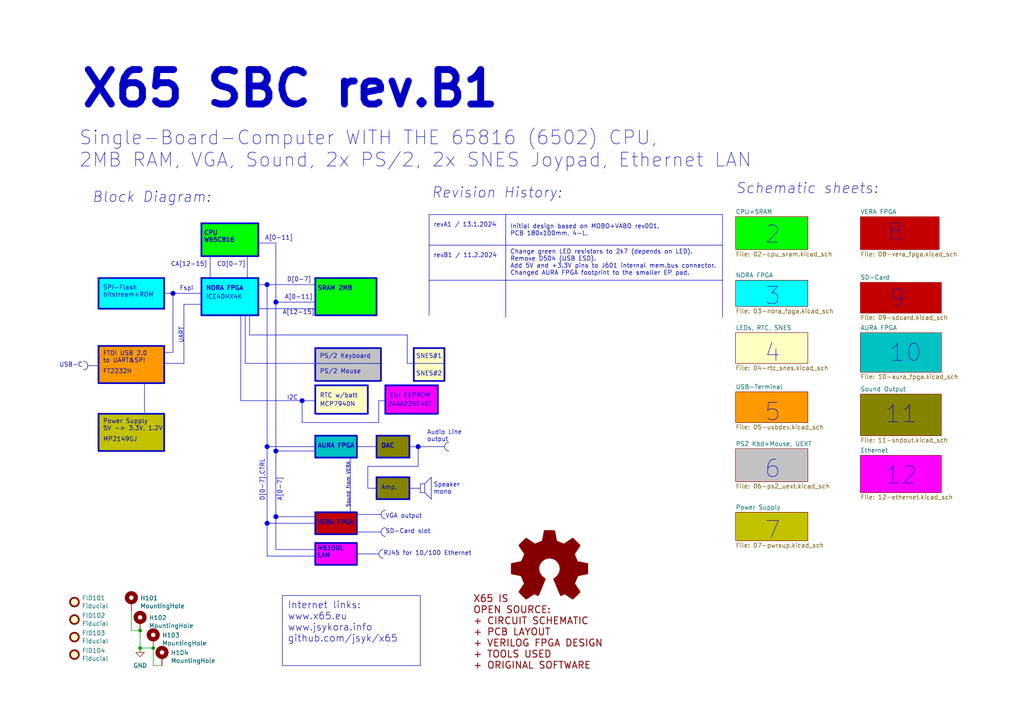
<source format=kicad_sch>
(kicad_sch (version 20230121) (generator eeschema)
  (paper "A4")
  (title_block (title "X65-SBC") (date "2024-02-12") (rev "revB1") (company "FOR X65.EU DESIGNED BY JSYKORA.INFO") (comment 1 "X65 Single Board Computer"))
  (lib_symbols
    (symbol "Graphic:Logo_Open_Hardware_Large" (in_bom no) (on_board no)
      (symbol "Logo_Open_Hardware_Large_1_1"
        (polyline (pts (xy 6.731 -8.7122) (xy 6.6294 -8.6614) (xy 6.35 -8.4836) (xy 5.9944 -8.255) (xy 5.5372 -7.9502) (xy 5.1054 -7.6454) (xy 4.7498 -7.4168) (xy 4.4958 -7.239) (xy 4.3942 -7.1882) (xy 4.318 -7.2136) (xy 4.1148 -7.3152) (xy 3.81 -7.4676) (xy 3.6322 -7.5692) (xy 3.3528 -7.6708) (xy 3.2258 -7.6962) (xy 3.2004 -7.6708) (xy 3.0988 -7.4676) (xy 2.9464 -7.0866) (xy 2.7178 -6.604) (xy 2.4892 -6.0452) (xy 2.2352 -5.4356) (xy 1.9558 -4.826) (xy 1.7272 -4.2164) (xy 1.4986 -3.683) (xy 1.3208 -3.2512) (xy 1.2192 -2.9464) (xy 1.1684 -2.8194) (xy 1.1938 -2.794) (xy 1.3208 -2.667) (xy 1.5748 -2.4892) (xy 2.0828 -2.0574) (xy 2.6162 -1.397) (xy 2.921 -0.6604) (xy 3.048 0.1524) (xy 2.9464 0.9144) (xy 2.6416 1.6256) (xy 2.1336 2.286) (xy 1.524 2.7686) (xy 0.8128 3.0734) (xy 0 3.175) (xy -0.762 3.0988) (xy -1.4986 2.794) (xy -2.159 2.286) (xy -2.4384 1.9812) (xy -2.8194 1.3208) (xy -3.048 0.6096) (xy -3.0734 0.4318) (xy -3.0226 -0.3556) (xy -2.794 -1.0922) (xy -2.3876 -1.7526) (xy -1.8288 -2.3114) (xy -1.7526 -2.3622) (xy -1.4732 -2.5654) (xy -1.2954 -2.6924) (xy -1.1684 -2.8194) (xy -2.159 -5.207) (xy -2.3114 -5.588) (xy -2.5908 -6.2484) (xy -2.8194 -6.8072) (xy -3.0226 -7.2644) (xy -3.1496 -7.5692) (xy -3.2258 -7.6708) (xy -3.2258 -7.6962) (xy -3.302 -7.6962) (xy -3.4798 -7.6454) (xy -3.8354 -7.4676) (xy -4.0386 -7.366) (xy -4.2926 -7.239) (xy -4.4196 -7.1882) (xy -4.5212 -7.239) (xy -4.7498 -7.3914) (xy -5.1054 -7.6454) (xy -5.5372 -7.9248) (xy -5.9436 -8.2042) (xy -6.3246 -8.4582) (xy -6.604 -8.636) (xy -6.731 -8.7122) (xy -6.7564 -8.7122) (xy -6.858 -8.636) (xy -7.0866 -8.4582) (xy -7.4168 -8.1534) (xy -7.874 -7.6962) (xy -7.9502 -7.62) (xy -8.3312 -7.239) (xy -8.636 -6.9088) (xy -8.8392 -6.6802) (xy -8.9154 -6.5786) (xy -8.9154 -6.5786) (xy -8.8392 -6.4516) (xy -8.6614 -6.1722) (xy -8.4328 -5.7912) (xy -8.128 -5.3594) (xy -7.3152 -4.191) (xy -7.7724 -3.0988) (xy -7.8994 -2.7686) (xy -8.0772 -2.3622) (xy -8.2042 -2.0828) (xy -8.255 -1.9558) (xy -8.382 -1.905) (xy -8.6614 -1.8542) (xy -9.0932 -1.7526) (xy -9.6266 -1.651) (xy -10.1092 -1.5748) (xy -10.541 -1.4732) (xy -10.8712 -1.4224) (xy -11.0236 -1.397) (xy -11.049 -1.3716) (xy -11.0744 -1.2954) (xy -11.0998 -1.143) (xy -11.0998 -0.889) (xy -11.1252 -0.4572) (xy -11.1252 0.1524) (xy -11.1252 0.2286) (xy -11.0998 0.8128) (xy -11.0998 1.27) (xy -11.0744 1.5494) (xy -11.0744 1.6764) (xy -11.0744 1.6764) (xy -10.922 1.7018) (xy -10.6172 1.778) (xy -10.16 1.8542) (xy -9.652 1.9558) (xy -9.6012 1.9812) (xy -9.0932 2.0828) (xy -8.636 2.159) (xy -8.3312 2.2352) (xy -8.2042 2.286) (xy -8.1788 2.3114) (xy -8.0772 2.5146) (xy -7.9248 2.8448) (xy -7.747 3.2512) (xy -7.5692 3.6576) (xy -7.4168 4.0386) (xy -7.3152 4.318) (xy -7.2898 4.445) (xy -7.2898 4.445) (xy -7.366 4.572) (xy -7.5438 4.826) (xy -7.7978 5.207) (xy -8.128 5.6642) (xy -8.128 5.6896) (xy -8.4328 6.1468) (xy -8.6868 6.5278) (xy -8.8392 6.7818) (xy -8.9154 6.9088) (xy -8.9154 6.9088) (xy -8.8138 7.0358) (xy -8.5852 7.2898) (xy -8.255 7.6454) (xy -7.874 8.0264) (xy -7.747 8.1534) (xy -7.3152 8.5852) (xy -7.0104 8.8646) (xy -6.8326 8.9916) (xy -6.731 9.0424) (xy -6.731 9.0424) (xy -6.604 8.9408) (xy -6.3246 8.763) (xy -5.9436 8.509) (xy -5.4864 8.2042) (xy -5.461 8.1788) (xy -5.0038 7.874) (xy -4.6482 7.62) (xy -4.3688 7.4422) (xy -4.2672 7.3914) (xy -4.2418 7.3914) (xy -4.064 7.4422) (xy -3.7338 7.5438) (xy -3.3528 7.6962) (xy -2.9464 7.874) (xy -2.5654 8.0264) (xy -2.286 8.1534) (xy -2.159 8.2296) (xy -2.159 8.2296) (xy -2.1082 8.382) (xy -2.032 8.7122) (xy -1.9304 9.1694) (xy -1.8288 9.7282) (xy -1.8034 9.8044) (xy -1.7018 10.3378) (xy -1.6256 10.7696) (xy -1.5748 11.0744) (xy -1.524 11.2014) (xy -1.4478 11.2268) (xy -1.1938 11.2522) (xy -0.8128 11.2522) (xy -0.3302 11.2522) (xy 0.1524 11.2522) (xy 0.6604 11.2522) (xy 1.0668 11.2268) (xy 1.3716 11.2014) (xy 1.4986 11.176) (xy 1.4986 11.176) (xy 1.5494 11.0236) (xy 1.6256 10.6934) (xy 1.7018 10.2108) (xy 1.8288 9.6774) (xy 1.8288 9.5758) (xy 1.9304 9.0424) (xy 2.032 8.6106) (xy 2.0828 8.3058) (xy 2.1336 8.2042) (xy 2.159 8.1788) (xy 2.3876 8.0772) (xy 2.7432 7.9248) (xy 3.175 7.747) (xy 4.191 7.3406) (xy 5.461 8.2042) (xy 5.5626 8.2804) (xy 6.0198 8.5852) (xy 6.3754 8.8392) (xy 6.6294 8.9916) (xy 6.7564 9.0424) (xy 6.7564 9.0424) (xy 6.8834 8.9408) (xy 7.1374 8.7122) (xy 7.4676 8.382) (xy 7.8486 7.9756) (xy 8.1534 7.6962) (xy 8.4836 7.3406) (xy 8.7122 7.112) (xy 8.8392 6.9596) (xy 8.8646 6.858) (xy 8.8646 6.8072) (xy 8.7884 6.6802) (xy 8.6106 6.4008) (xy 8.3312 6.0198) (xy 8.0264 5.588) (xy 7.7978 5.207) (xy 7.5184 4.8006) (xy 7.3406 4.4958) (xy 7.2898 4.3434) (xy 7.2898 4.2926) (xy 7.3914 4.0386) (xy 7.5184 3.683) (xy 7.7216 3.2258) (xy 8.1534 2.2352) (xy 8.7884 2.1082) (xy 9.1948 2.0574) (xy 9.7536 1.9304) (xy 10.2616 1.8288) (xy 11.0998 1.6764) (xy 11.1252 -1.3208) (xy 10.9982 -1.3716) (xy 10.8712 -1.397) (xy 10.5664 -1.4732) (xy 10.1346 -1.5494) (xy 9.6266 -1.651) (xy 9.1948 -1.7272) (xy 8.7376 -1.8288) (xy 8.4328 -1.8796) (xy 8.2804 -1.905) (xy 8.255 -1.9558) (xy 8.1534 -2.159) (xy 7.9756 -2.5146) (xy 7.8232 -2.921) (xy 7.6454 -3.3274) (xy 7.493 -3.7338) (xy 7.366 -4.0132) (xy 7.3406 -4.191) (xy 7.3914 -4.2926) (xy 7.5692 -4.5466) (xy 7.7978 -4.9276) (xy 8.1026 -5.3594) (xy 8.4074 -5.7912) (xy 8.6614 -6.1722) (xy 8.8138 -6.4262) (xy 8.89 -6.5532) (xy 8.8646 -6.6548) (xy 8.6868 -6.858) (xy 8.3566 -7.1882) (xy 7.874 -7.6708) (xy 7.7978 -7.747) (xy 7.3914 -8.128) (xy 7.0612 -8.4328) (xy 6.8326 -8.636) (xy 6.731 -8.7122)) (fill (type outline)))
      )
    )
    (symbol "Mechanical:Fiducial"
      (property "Reference" "FID" (at 0 5.08 0))
      (property "Value" "Fiducial" (at 0 3.175 0))
      (symbol "Fiducial_0_1"
        (circle (center 0 0) (radius 1.27) (stroke (width 0.508)) (fill (type background)))
      )
    )
    (symbol "Mechanical:MountingHole_Pad" (pin_numbers hide) (pin_names (offset 1.016) hide)
      (property "Reference" "H" (at 0 6.35 0))
      (property "Value" "MountingHole_Pad" (at 0 4.445 0))
      (symbol "MountingHole_Pad_0_1"
        (circle (center 0 1.27) (radius 1.27) (stroke (width 1.27)))
      )
      (symbol "MountingHole_Pad_1_1"
        (pin input line (at 0 -2.54 90) (length 2.54) (name "1") (number "1"))
      )
    )
    (symbol "power:GND" (power) (pin_names (offset 0))
      (property "Value" "GND" (at 0 -3.81 0))
      (symbol "GND_0_1"
        (polyline (pts (xy 0 0) (xy 0 -1.27) (xy 1.27 -1.27) (xy 0 -2.54) (xy -1.27 -1.27) (xy 0 -1.27)))
      )
      (symbol "GND_1_1"
        (pin power_in line (at 0 0 270) (length 0) hide (name "GND") (number "1"))
      )
    )
  )
  (junction (at 40.64 187.96))
  (junction (at 40.64 182.88))
  (junction (at 44.45 187.96))
  (polyline (pts (xy 80.01 87.63) (xy 91.44 87.63)) (stroke (width 0) (type solid)))
  (polyline (pts (xy 103.505 149.225) (xy 110.49 149.225)))
  (polyline (pts (xy 71.755 74.295) (xy 71.755 80.645)) (stroke (width 0) (type solid)))
  (polyline (pts (xy 91.44 149.86) (xy 91.44 149.225)) (stroke (width 0) (type solid)))
  (polyline (pts (xy 80.01 70.485) (xy 80.01 88.9)) (stroke (width 0) (type solid)))
  (polyline (pts (xy 53.34 105.41) (xy 53.34 88.265)) (stroke (width 0) (type solid)))
  (polyline (pts (xy 77.47 129.54) (xy 91.44 129.54)))
  (polyline (pts (xy 25.4 106.045) (xy 28.575 106.045)))
  (polyline (pts (xy 72.39 97.155) (xy 72.39 91.44)) (stroke (width 0) (type solid)))
  (polyline (pts (xy 53.34 88.265) (xy 58.42 88.265)) (stroke (width 0) (type solid)))
  (polyline (pts (xy 77.47 125.095) (xy 77.47 151.765)) (stroke (width 0) (type solid)))
  (polyline (pts (xy 124.46 62.23) (xy 209.55 62.23)))
  (polyline (pts (xy 80.01 122.555) (xy 80.01 149.86)) (stroke (width 0) (type solid)))
  (polyline (pts (xy 80.01 149.86) (xy 91.44 149.86)) (stroke (width 0) (type solid)))
  (polyline (pts (xy 69.85 91.44) (xy 69.85 116.205)) (stroke (width 0) (type solid)))
  (polyline (pts (xy 103.505 128.905) (xy 103.505 129.54)))
  (polyline (pts (xy 80.01 149.225) (xy 80.01 159.385)))
  (polyline (pts (xy 80.01 130.81) (xy 91.44 130.81)) (stroke (width 0) (type solid)))
  (polyline (pts (xy 124.46 81.28) (xy 209.55 81.28)))
  (polyline (pts (xy 91.44 105.41) (xy 110.49 105.41)))
  (polyline (pts (xy 77.47 82.55) (xy 77.47 125.095)) (stroke (width 0) (type solid)))
  (polyline (pts (xy 118.745 129.54) (xy 128.905 129.54)))
  (polyline (pts (xy 120.015 105.41) (xy 128.905 105.41)))
  (polyline (pts (xy 60.96 74.295) (xy 60.96 80.645)) (stroke (width 0) (type solid)))
  (polyline (pts (xy 74.93 70.485) (xy 80.01 70.485)) (stroke (width 0) (type solid)))
  (polyline (pts (xy 91.44 105.41) (xy 71.12 105.41)) (stroke (width 0) (type solid)))
  (polyline (pts (xy 123.19 140.335) (xy 125.095 138.43)))
  (polyline (pts (xy 101.6 132.715) (xy 100.965 132.715)))
  (polyline (pts (xy 109.855 116.205) (xy 111.76 116.205)) (stroke (width 0) (type solid)))
  (polyline (pts (xy 106.68 141.605) (xy 109.22 141.605)))
  (polyline (pts (xy 118.745 141.605) (xy 121.92 141.605)))
  (polyline (pts (xy 47.625 102.235) (xy 50.165 102.235)) (stroke (width 0) (type solid)))
  (polyline (pts (xy 47.625 105.41) (xy 53.34 105.41)) (stroke (width 0) (type solid)))
  (polyline (pts (xy 101.6 148.59) (xy 101.6 132.715)))
  (polyline (pts (xy 91.44 159.385) (xy 80.01 159.385)))
  (wire (pts (xy 40.64 182.88) (xy 40.64 187.96)))
  (wire (pts (xy 38.1 177.165) (xy 38.1 182.88)))
  (polyline (pts (xy 87.63 116.205) (xy 87.63 122.555)) (stroke (width 0) (type solid)))
  (polyline (pts (xy 74.93 89.535) (xy 91.44 89.535)) (stroke (width 0) (type solid)))
  (polyline (pts (xy 50.165 102.235) (xy 50.165 85.09)) (stroke (width 0) (type solid)))
  (polyline (pts (xy 71.12 105.41) (xy 71.12 91.44)) (stroke (width 0) (type solid)))
  (polyline (pts (xy 103.505 154.305) (xy 110.49 154.305)))
  (polyline (pts (xy 120.015 105.41) (xy 118.11 105.41)) (stroke (width 0) (type solid)))
  (wire (pts (xy 44.45 187.96) (xy 44.45 193.04)))
  (polyline (pts (xy 106.68 135.255) (xy 106.68 141.605)))
  (wire (pts (xy 40.64 187.96) (xy 44.45 187.96)))
  (polyline (pts (xy 109.855 122.555) (xy 109.855 116.205)) (stroke (width 0) (type solid)))
  (polyline (pts (xy 123.19 142.875) (xy 125.095 144.78)))
  (polyline (pts (xy 77.47 151.765) (xy 77.47 161.29)))
  (polyline (pts (xy 121.285 129.54) (xy 121.285 135.255)))
  (polyline (pts (xy 121.285 135.255) (xy 106.68 135.255)))
  (polyline (pts (xy 47.625 85.09) (xy 58.42 85.09)) (stroke (width 0) (type solid)))
  (polyline (pts (xy 80.01 88.9) (xy 80.01 122.555)) (stroke (width 0) (type solid)))
  (polyline (pts (xy 118.11 97.155) (xy 72.39 97.155)) (stroke (width 0) (type solid)))
  (polyline (pts (xy 41.91 111.125) (xy 41.91 120.015)) (stroke (width 0) (type solid)))
  (polyline (pts (xy 87.63 122.555) (xy 109.855 122.555)) (stroke (width 0) (type solid)))
  (polyline (pts (xy 125.095 138.43) (xy 125.095 144.78)))
  (polyline (pts (xy 74.93 82.55) (xy 91.44 82.55)) (stroke (width 0) (type solid)))
  (wire (pts (xy 44.45 193.04) (xy 46.99 193.04)))
  (polyline (pts (xy 118.11 105.41) (xy 118.11 97.155)) (stroke (width 0) (type solid)))
  (polyline (pts (xy 209.55 62.23) (xy 209.55 92.075)))
  (polyline (pts (xy 77.47 161.29) (xy 91.44 161.29)))
  (polyline (pts (xy 103.505 129.54) (xy 109.22 129.54)))
  (polyline (pts (xy 103.505 160.655) (xy 109.855 160.655)))
  (polyline (pts (xy 77.47 151.765) (xy 91.44 151.765)))
  (wire (pts (xy 38.1 182.88) (xy 40.64 182.88)))
  (polyline (pts (xy 124.46 71.12) (xy 209.55 71.12)))
  (polyline (pts (xy 146.685 62.23) (xy 146.685 92.075)))
  (polyline (pts (xy 91.44 116.205) (xy 69.85 116.205)) (stroke (width 0) (type solid)))
  (polyline (pts (xy 124.46 62.23) (xy 124.46 91.44)))
  (rectangle (start 91.44 126.365) (end 103.505 132.715) (stroke (width 0.5)) (fill (type color) (color 0 194 194 1)))
  (rectangle (start 109.22 126.365) (end 118.745 132.715) (stroke (width 0.5)) (fill (type color) (color 132 132 0 1)))
  (rectangle (start 91.44 148.59) (end 103.505 154.94) (stroke (width 0.5)) (fill (type color) (color 194 0 0 1)))
  (circle (center 77.47 82.55) (radius 0.635) (fill (type color) (color 0 0 255 1)))
  (circle (center 50.165 85.09) (radius 0.635) (fill (type color) (color 0 0 255 1)))
  (rectangle (start 58.42 80.645) (end 74.93 91.44) (stroke (width 0.5)) (fill (type color) (color 0 255 255 1)))
  (rectangle (start 91.44 100.965) (end 110.49 110.49) (stroke (width 0.5)) (fill (type color) (color 194 194 194 1)))
  (rectangle (start 91.44 80.645) (end 109.22 91.44) (stroke (width 0.5)) (fill (type color) (color 0 255 0 1)))
  (arc (start 130.175 130.81) (mid 128.9519 129.54) (end 130.175 128.27))
  (rectangle (start 91.44 157.48) (end 103.505 163.83) (stroke (width 0.5)) (fill (type color) (color 255 0 255 1)))
  (rectangle (start 58.42 64.77) (end 74.93 74.295) (stroke (width 0.5)) (fill (type color) (color 0 255 0 1)))
  (circle (center 77.47 129.54) (radius 0.635) (fill (type color) (color 0 0 255 1)))
  (rectangle (start 28.575 120.015) (end 47.625 130.81) (stroke (width 0.5)) (fill (type color) (color 194 194 0 1)))
  (rectangle (start 109.22 138.43) (end 118.745 144.78) (stroke (width 0.5)) (fill (type color) (color 132 132 0 1)))
  (circle (center 77.47 151.765) (radius 0.635) (fill (type color) (color 0 0 255 1)))
  (rectangle (start 111.76 111.76) (end 127 120.015) (stroke (width 0.5)) (fill (type color) (color 255 0 255 1)))
  (rectangle (start 121.92 140.335) (end 123.19 142.875))
  (circle (center 87.63 116.205) (radius 0.635) (fill (type color) (color 0 0 255 1)))
  (circle (center 80.01 149.86) (radius 0.635) (fill (type color) (color 0 0 255 1)))
  (rectangle (start 28.575 100.33) (end 47.625 111.125) (stroke (width 0.5)) (fill (type color) (color 255 153 0 1)))
  (arc (start 24.2256 104.775) (mid 25.4487 106.045) (end 24.2256 107.315))
  (arc (start 111.76 150.495) (mid 110.5369 149.225) (end 111.76 147.955))
  (rectangle (start 120.015 100.965) (end 128.905 110.49) (stroke (width 0.5)) (fill (type color) (color 255 255 194 1)))
  (circle (center 80.01 130.81) (radius 0.635) (fill (type color) (color 0 0 255 1)))
  (rectangle (start 91.44 111.76) (end 106.68 120.015) (stroke (width 0.5)) (fill (type color) (color 255 255 194 1)))
  (rectangle (start 28.575 80.645) (end 47.625 89.535) (stroke (width 0.5)) (fill (type color) (color 0 255 255 1)))
  (circle (center 80.01 87.63) (radius 0.635) (fill (type color) (color 0 0 255 1)))
  (arc (start 111.76 155.575) (mid 110.5369 154.305) (end 111.76 153.035))
  (circle (center 121.285 129.54) (radius 0.635) (fill (type color) (color 0 0 255 1)))
  (arc (start 111.125 161.925) (mid 109.9019 160.655) (end 111.125 159.385))
  (text_box "Internet links:\nwww.x65.eu\nwww.jsykora.info\ngithub.com/jsyk/x65" (at 81.915 172.72 0) (size 40.005 20.32) (effects (font (size 2 2)) (justify left top)))
  (text "Amp." (at 110.49 142.24 0) (effects (font (size 1.27 1.27)) (justify left bottom)))
  (text "Block Diagram:" (at 26.67 59.055 0) (effects (font (size 3 3) italic) (justify left bottom)))
  (text "11" (at 256.54 123.19 0) (effects (font (size 5 5)) (justify left bottom)))
  (text "Initial design based on MOBO+VABO rev001. \nPCB 180x100mm, 4-L.\n" (at 147.955 68.58 0) (effects (font (size 1.27 1.27)) (justify left bottom)))
  (text "Schematic sheets:" (at 213.36 56.515 0) (effects (font (size 3 3) italic) (justify left bottom)))
  (text "MCP7940N" (at 92.71 118.11 0) (effects (font (size 1.27 1.27)) (justify left bottom)))
  (text "CA[12-15]" (at 49.53 77.47 0) (effects (font (size 1.27 1.27)) (justify left bottom)))
  (text "RJ45 for 10/100 Ethernet" (at 111.125 161.29 0) (effects (font (size 1.27 1.27)) (justify left bottom)))
  (text "CPU\nW65C816" (at 59.055 70.485 0) (effects (font (size 1.27 1.27) (thickness 0.254) bold) (justify left bottom)))
  (text "A[12-15]" (at 81.915 91.44 0) (effects (font (size 1.27 1.27)) (justify left bottom)))
  (text "Single-Board-Computer WITH THE 65816 (6502) CPU,\n2MB RAM, VGA, Sound, 2x PS/2, 2x SNES Joypad, Ethernet LAN" (at 22.86 48.895 0) (effects (font (size 4 4)) (justify left bottom)))
  (text "8" (at 257.175 70.485 0) (effects (font (size 5 5)) (justify left bottom)))
  (text "revB1 / 11.2.2024" (at 125.73 74.93 0) (effects (font (size 1.27 1.27)) (justify left bottom)))
  (text "A[0-11]" (at 76.835 69.85 0) (effects (font (size 1.27 1.27)) (justify left bottom)))
  (text "CD[0-7]" (at 62.865 77.47 0) (effects (font (size 1.27 1.27)) (justify left bottom)))
  (text "W6100L\nLAN" (at 92.075 161.925 0) (effects (font (size 1.27 1.27) (thickness 0.254) bold) (justify left bottom)))
  (text "SNES#2" (at 120.65 109.22 0) (effects (font (size 1.27 1.27)) (justify left bottom)))
  (text "Sound from VERA" (at 101.6 147.32 90) (effects (font (size 1 1)) (justify left bottom)))
  (text "FT2232H" (at 29.845 108.585 0) (effects (font (size 1.27 1.27)) (justify left bottom)))
  (text "NORA FPGA" (at 59.69 84.455 0) (effects (font (size 1.27 1.27) (thickness 0.254) bold) (justify left bottom)))
  (text "Fspi" (at 52.07 84.455 0) (effects (font (size 1.27 1.27)) (justify left bottom)))
  (text "9" (at 257.81 89.535 0) (effects (font (size 5 5)) (justify left bottom)))
  (text "X65 SBC rev.B1" (at 22.86 31.75 0) (effects (font (size 10 10) (thickness 2) bold) (justify left bottom)))
  (text "SD-Card slot" (at 111.76 154.94 0) (effects (font (size 1.27 1.27)) (justify left bottom)))
  (text "Revision History:" (at 125.095 57.785 0) (effects (font (size 3 3) italic) (justify left bottom)))
  (text "10" (at 257.81 105.41 0) (effects (font (size 5 5)) (justify left bottom)))
  (text "12" (at 256.54 140.97 0) (effects (font (size 5 5)) (justify left bottom)))
  (text "EUI EEPROM\n" (at 113.03 115.57 0) (effects (font (size 1.27 1.27)) (justify left bottom)))
  (text "PS/2 Keyboard" (at 92.71 104.14 0) (effects (font (size 1.27 1.27)) (justify left bottom)))
  (text "revA1 / 13.1.2024" (at 125.73 66.04 0) (effects (font (size 1.27 1.27)) (justify left bottom)))
  (text "2" (at 221.615 71.12 0) (effects (font (size 5 5)) (justify left bottom)))
  (text "VERA FPGA" (at 92.075 152.4 0) (effects (font (size 1.27 1.27) (thickness 0.254) bold) (justify left bottom)))
  (text "DAC" (at 110.49 130.175 0) (effects (font (size 1.27 1.27) (thickness 0.254) bold) (justify left bottom)))
  (text "I2C" (at 83.185 116.205 0) (effects (font (size 1.27 1.27)) (justify left bottom)))
  (text "4" (at 221.615 105.41 0) (effects (font (size 5 5)) (justify left bottom)))
  (text "Speaker\nmono" (at 125.73 143.51 0) (effects (font (size 1.27 1.27)) (justify left bottom)))
  (text "UART" (at 53.34 99.695 90) (effects (font (size 1.27 1.27)) (justify left bottom)))
  (text "iCE40HX4K" (at 59.69 86.995 0) (effects (font (size 1.27 1.27)) (justify left bottom)))
  (text "VGA output" (at 111.76 150.495 0) (effects (font (size 1.27 1.27)) (justify left bottom)))
  (text "Power Supply\n5V -> 3.3V, 1.2V" (at 29.845 125.095 0) (effects (font (size 1.27 1.27)) (justify left bottom)))
  (text "SPI-Flash\nbitstream+ROM" (at 29.845 86.36 0) (effects (font (size 1.27 1.27)) (justify left bottom)))
  (text "6" (at 221.615 139.065 0) (effects (font (size 5 5)) (justify left bottom)))
  (text "X65 IS\nOPEN SOURCE:\n+ CIRCUIT SCHEMATIC\n+ PCB LAYOUT\n+ VERILOG FPGA DESIGN\n+ TOOLS USED\n+ ORIGINAL SOFTWARE" (at 137.16 194.31 0) (effects (font (size 2 2) (thickness 0.254) bold) (justify left bottom)))
  (text "Change green LED resistors to 2k7 (depends on LED).\nRemove D504 (USB ESD).\nAdd 5V and +3.3V pins to J601 internal mem.bus connector.\nChanged AURA FPGA footprint to the smaller EP pad." (at 147.955 80.01 0) (effects (font (size 1.27 1.27)) (justify left bottom)))
  (text "MP2149GJ" (at 29.845 128.27 0) (effects (font (size 1.27 1.27)) (justify left bottom)))
  (text "RTC w/batt\n" (at 92.71 115.57 0) (effects (font (size 1.27 1.27)) (justify left bottom)))
  (text "7" (at 221.615 156.845 0) (effects (font (size 5 5)) (justify left bottom)))
  (text "USB-C" (at 17.145 106.68 0) (effects (font (size 1.27 1.27)) (justify left bottom)))
  (text "5" (at 221.615 122.555 0) (effects (font (size 5 5)) (justify left bottom)))
  (text "FTDI USB 2.0\nto UART&SPI" (at 29.845 105.41 0) (effects (font (size 1.27 1.27)) (justify left bottom)))
  (text "PS/2 Mouse" (at 92.71 108.585 0) (effects (font (size 1.27 1.27)) (justify left bottom)))
  (text "24AA025E48T" (at 112.395 118.11 0) (effects (font (size 1.27 1.27)) (justify left bottom)))
  (text "A[0-11]" (at 82.55 86.995 0) (effects (font (size 1.27 1.27)) (justify left bottom)))
  (text "3" (at 221.615 88.9 0) (effects (font (size 5 5)) (justify left bottom)))
  (text "SNES#1" (at 120.65 104.14 0) (effects (font (size 1.27 1.27)) (justify left bottom)))
  (text "A[0-7]" (at 81.915 145.415 90) (effects (font (size 1.27 1.27)) (justify left bottom)))
  (text "D[0-7]" (at 83.185 81.915 0) (effects (font (size 1.27 1.27)) (justify left bottom)))
  (text "SRAM 2MB" (at 92.075 84.455 0) (effects (font (size 1.27 1.27) (thickness 0.254) bold) (justify left bottom)))
  (text "D[0-7],CTRL" (at 76.835 145.415 90) (effects (font (size 1.27 1.27)) (justify left bottom)))
  (text "Audio Line\noutput" (at 123.825 128.27 0) (effects (font (size 1.27 1.27)) (justify left bottom)))
  (text "AURA FPGA" (at 92.075 130.175 0) (effects (font (size 1.27 1.27) (thickness 0.254) bold) (justify left bottom)))
  (symbol (lib_id "Mechanical:Fiducial") (at 21.59 184.785 0) (unit 1) (in_bom no)
    (property "Reference" "FID103" (at 23.749 183.6166 0) (effects (justify left)))
    (property "Value" "Fiducial" (at 23.749 185.928 0) (effects (justify left)))
    (property "Footprint" "Fiducial:Fiducial_1mm_Mask2mm" (effects hide))
  )
  (symbol (lib_id "Mechanical:MountingHole_Pad") (at 46.99 190.5 0) (unit 1) (in_bom no)
    (property "Reference" "H104" (at 49.53 189.3316 0) (effects (justify left)))
    (property "Value" "MountingHole" (at 49.53 191.643 0) (effects (justify left)))
    (property "Footprint" "MountingHole:MountingHole_3.2mm_M3_Pad" (effects hide))
  )
  (symbol (lib_id "Mechanical:MountingHole_Pad") (at 44.45 185.42 0) (unit 1) (in_bom no)
    (property "Reference" "H103" (at 46.99 184.2516 0) (effects (justify left)))
    (property "Value" "MountingHole" (at 46.99 186.563 0) (effects (justify left)))
    (property "Footprint" "MountingHole:MountingHole_3.2mm_M3_Pad" (effects hide))
  )
  (symbol (lib_id "Mechanical:Fiducial") (at 21.59 179.705 0) (unit 1) (in_bom no)
    (property "Reference" "FID102" (at 23.749 178.5366 0) (effects (justify left)))
    (property "Value" "Fiducial" (at 23.749 180.848 0) (effects (justify left)))
    (property "Footprint" "Fiducial:Fiducial_1mm_Mask2mm" (effects hide))
  )
  (symbol (lib_id "Mechanical:MountingHole_Pad") (at 38.1 174.625 0) (unit 1) (in_bom no)
    (property "Reference" "H101" (at 40.64 173.4566 0) (effects (justify left)))
    (property "Value" "MountingHole" (at 40.64 175.768 0) (effects (justify left)))
    (property "Footprint" "MountingHole:MountingHole_3.2mm_M3_Pad" (effects hide))
  )
  (symbol (lib_id "Mechanical:Fiducial") (at 21.59 174.625 0) (unit 1) (in_bom no)
    (property "Reference" "FID101" (at 23.749 173.4566 0) (effects (justify left)))
    (property "Value" "Fiducial" (at 23.749 175.768 0) (effects (justify left)))
    (property "Footprint" "Fiducial:Fiducial_1mm_Mask2mm" (effects hide))
  )
  (symbol (lib_id "Mechanical:Fiducial") (at 21.59 189.865 0) (unit 1) (in_bom no)
    (property "Reference" "FID104" (at 23.749 188.6966 0) (effects (justify left)))
    (property "Value" "Fiducial" (at 23.749 191.008 0) (effects (justify left)))
    (property "Footprint" "Fiducial:Fiducial_1mm_Mask2mm" (effects hide))
  )
  (symbol (lib_id "power:GND") (at 40.64 187.96 0) (unit 1)
    (property "Reference" "#PWR01" (effects hide))
    (property "Value" "GND" (at 40.64 193.04 0))
  )
  (symbol (lib_id "Mechanical:MountingHole_Pad") (at 40.64 180.34 0) (unit 1) (in_bom no)
    (property "Reference" "H102" (at 43.18 179.1716 0) (effects (justify left)))
    (property "Value" "MountingHole" (at 43.18 181.483 0) (effects (justify left)))
    (property "Footprint" "MountingHole:MountingHole_3.2mm_M3_Pad" (effects hide))
  )
  (symbol (lib_id "Graphic:Logo_Open_Hardware_Large") (at 159.385 165.1 0) (unit 1) (in_bom no)
    (property "Reference" "SYM101" (effects hide))
    (property "Value" "Logo_Open_Hardware_Large" (effects hide))
    (property "Footprint" "Symbol:OSHW-Logo2_7.3x6mm_SilkScreen" (effects hide))
    (property "Sim.Enable" "0" (effects hide))
  )
  (sheet (at 249.555 81.915) (size 23.495 8.89) (stroke (width 0.1524)) (fill (color 194 0 0 1.0000))
    (property "Sheetname" "SD-Card" (at 249.555 81.2034 0) (effects (justify left bottom)))
    (property "Sheetfile" "09-sdcard.kicad_sch" (at 249.555 91.3896 0) (effects (justify left top)))
  )
  (sheet (at 249.555 132.08) (size 23.495 10.795) (stroke (width 0.1524)) (fill (color 255 0 255 1.0000))
    (property "Sheetname" "Ethernet" (at 249.555 131.3684 0) (effects (justify left bottom)))
    (property "Sheetfile" "12-ethernet.kicad_sch" (at 249.555 143.4596 0) (effects (justify left top)))
  )
  (sheet (at 213.36 81.28) (size 20.955 7.62) (stroke (width 0.1524)) (fill (color 0 255 255 1.0000))
    (property "Sheetname" "NORA FPGA" (at 213.36 80.5684 0) (effects (justify left bottom)))
    (property "Sheetfile" "03-nora_fpga.kicad_sch" (at 213.36 89.4846 0) (effects (justify left top)))
  )
  (sheet (at 249.555 96.52) (size 23.495 11.43) (stroke (width 0.1524)) (fill (color 0 194 194 1.0000))
    (property "Sheetname" "AURA FPGA" (at 249.555 95.8084 0) (effects (justify left bottom)))
    (property "Sheetfile" "10-aura_fpga.kicad_sch" (at 249.555 108.5346 0) (effects (justify left top)))
  )
  (sheet (at 213.36 113.665) (size 20.955 8.89) (stroke (width 0.1524)) (fill (color 255 153 0 1.0000))
    (property "Sheetname" "USB-Terminal" (at 213.36 112.9534 0) (effects (justify left bottom)))
    (property "Sheetfile" "05-usbdev.kicad_sch" (at 213.36 123.1396 0) (effects (justify left top)))
  )
  (sheet (at 249.555 114.3) (size 23.495 12.065) (stroke (width 0.1524)) (fill (color 132 132 0 1.0000))
    (property "Sheetname" "Sound Output" (at 249.555 113.5884 0) (effects (justify left bottom)))
    (property "Sheetfile" "11-sndout.kicad_sch" (at 249.555 126.9496 0) (effects (justify left top)))
  )
  (sheet (at 213.36 130.175) (size 20.955 9.525) (stroke (width 0.1524)) (fill (color 194 194 194 1.0000))
    (property "Sheetname" "PS2 Kbd+Mouse, UEXT" (at 213.36 129.4634 0) (effects (justify left bottom)))
    (property "Sheetfile" "06-ps2_uext.kicad_sch" (at 213.36 140.2846 0) (effects (justify left top)))
  )
  (sheet (at 213.36 62.865) (size 20.955 9.525) (stroke (width 0.1524)) (fill (color 0 255 0 1.0000))
    (property "Sheetname" "CPU+SRAM" (at 213.36 62.1534 0) (effects (justify left bottom)))
    (property "Sheetfile" "02-cpu_sram.kicad_sch" (at 213.36 72.9746 0) (effects (justify left top)))
  )
  (sheet (at 213.36 96.52) (size 20.955 8.89) (stroke (width 0.1524)) (fill (color 255 255 194 1.0000))
    (property "Sheetname" "LEDs, RTC, SNES" (at 213.36 95.8084 0) (effects (justify left bottom)))
    (property "Sheetfile" "04-rtc_snes.kicad_sch" (at 213.36 105.9946 0) (effects (justify left top)))
  )
  (sheet (at 213.36 148.59) (size 20.955 8.255) (stroke (width 0.1524)) (fill (color 194 194 0 1.0000))
    (property "Sheetname" "Power Supply" (at 213.36 147.8784 0) (effects (justify left bottom)))
    (property "Sheetfile" "07-pwrsup.kicad_sch" (at 213.36 157.4296 0) (effects (justify left top)))
  )
  (sheet (at 249.555 62.865) (size 22.86 9.525) (stroke (width 0.1524)) (fill (color 194 0 0 1.0000))
    (property "Sheetname" "VERA FPGA" (at 249.555 62.1534 0) (effects (justify left bottom)))
    (property "Sheetfile" "08-vera_fpga.kicad_sch" (at 249.555 72.9746 0) (effects (justify left top)))
  )
)
</source>
